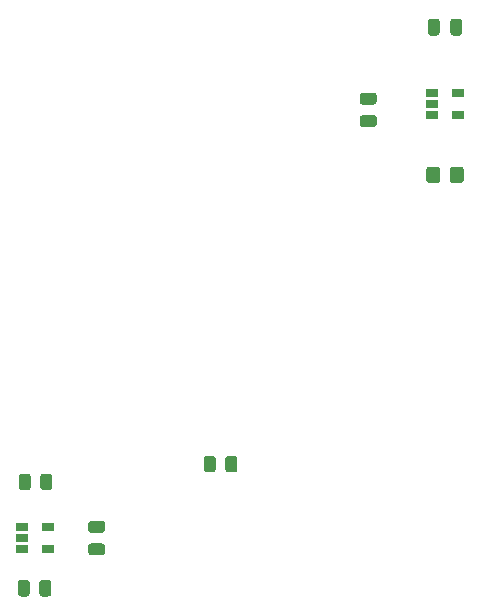
<source format=gbr>
%TF.GenerationSoftware,KiCad,Pcbnew,(5.1.7)-1*%
%TF.CreationDate,2020-11-20T22:02:49-05:00*%
%TF.ProjectId,Temp Probe,54656d70-2050-4726-9f62-652e6b696361,rev?*%
%TF.SameCoordinates,Original*%
%TF.FileFunction,Paste,Top*%
%TF.FilePolarity,Positive*%
%FSLAX46Y46*%
G04 Gerber Fmt 4.6, Leading zero omitted, Abs format (unit mm)*
G04 Created by KiCad (PCBNEW (5.1.7)-1) date 2020-11-20 22:02:49*
%MOMM*%
%LPD*%
G01*
G04 APERTURE LIST*
%ADD10R,1.060000X0.650000*%
G04 APERTURE END LIST*
D10*
%TO.C,U1*%
X37850000Y-120800000D03*
X37850000Y-122700000D03*
X35650000Y-122700000D03*
X35650000Y-121750000D03*
X35650000Y-120800000D03*
%TD*%
%TO.C,U2*%
X72600000Y-84050000D03*
X72600000Y-85950000D03*
X70400000Y-85950000D03*
X70400000Y-85000000D03*
X70400000Y-84050000D03*
%TD*%
%TO.C,R1*%
G36*
G01*
X71100000Y-90549999D02*
X71100000Y-91450001D01*
G75*
G02*
X70850001Y-91700000I-249999J0D01*
G01*
X70149999Y-91700000D01*
G75*
G02*
X69900000Y-91450001I0J249999D01*
G01*
X69900000Y-90549999D01*
G75*
G02*
X70149999Y-90300000I249999J0D01*
G01*
X70850001Y-90300000D01*
G75*
G02*
X71100000Y-90549999I0J-249999D01*
G01*
G37*
G36*
G01*
X73100000Y-90549999D02*
X73100000Y-91450001D01*
G75*
G02*
X72850001Y-91700000I-249999J0D01*
G01*
X72149999Y-91700000D01*
G75*
G02*
X71900000Y-91450001I0J249999D01*
G01*
X71900000Y-90549999D01*
G75*
G02*
X72149999Y-90300000I249999J0D01*
G01*
X72850001Y-90300000D01*
G75*
G02*
X73100000Y-90549999I0J-249999D01*
G01*
G37*
%TD*%
%TO.C,R4*%
G36*
G01*
X37237500Y-117450002D02*
X37237500Y-116549998D01*
G75*
G02*
X37487498Y-116300000I249998J0D01*
G01*
X38012502Y-116300000D01*
G75*
G02*
X38262500Y-116549998I0J-249998D01*
G01*
X38262500Y-117450002D01*
G75*
G02*
X38012502Y-117700000I-249998J0D01*
G01*
X37487498Y-117700000D01*
G75*
G02*
X37237500Y-117450002I0J249998D01*
G01*
G37*
G36*
G01*
X35412500Y-117450002D02*
X35412500Y-116549998D01*
G75*
G02*
X35662498Y-116300000I249998J0D01*
G01*
X36187502Y-116300000D01*
G75*
G02*
X36437500Y-116549998I0J-249998D01*
G01*
X36437500Y-117450002D01*
G75*
G02*
X36187502Y-117700000I-249998J0D01*
G01*
X35662498Y-117700000D01*
G75*
G02*
X35412500Y-117450002I0J249998D01*
G01*
G37*
%TD*%
%TO.C,R3*%
G36*
G01*
X37150000Y-126450002D02*
X37150000Y-125549998D01*
G75*
G02*
X37399998Y-125300000I249998J0D01*
G01*
X37925002Y-125300000D01*
G75*
G02*
X38175000Y-125549998I0J-249998D01*
G01*
X38175000Y-126450002D01*
G75*
G02*
X37925002Y-126700000I-249998J0D01*
G01*
X37399998Y-126700000D01*
G75*
G02*
X37150000Y-126450002I0J249998D01*
G01*
G37*
G36*
G01*
X35325000Y-126450002D02*
X35325000Y-125549998D01*
G75*
G02*
X35574998Y-125300000I249998J0D01*
G01*
X36100002Y-125300000D01*
G75*
G02*
X36350000Y-125549998I0J-249998D01*
G01*
X36350000Y-126450002D01*
G75*
G02*
X36100002Y-126700000I-249998J0D01*
G01*
X35574998Y-126700000D01*
G75*
G02*
X35325000Y-126450002I0J249998D01*
G01*
G37*
%TD*%
%TO.C,R2*%
G36*
G01*
X52900000Y-115950002D02*
X52900000Y-115049998D01*
G75*
G02*
X53149998Y-114800000I249998J0D01*
G01*
X53675002Y-114800000D01*
G75*
G02*
X53925000Y-115049998I0J-249998D01*
G01*
X53925000Y-115950002D01*
G75*
G02*
X53675002Y-116200000I-249998J0D01*
G01*
X53149998Y-116200000D01*
G75*
G02*
X52900000Y-115950002I0J249998D01*
G01*
G37*
G36*
G01*
X51075000Y-115950002D02*
X51075000Y-115049998D01*
G75*
G02*
X51324998Y-114800000I249998J0D01*
G01*
X51850002Y-114800000D01*
G75*
G02*
X52100000Y-115049998I0J-249998D01*
G01*
X52100000Y-115950002D01*
G75*
G02*
X51850002Y-116200000I-249998J0D01*
G01*
X51324998Y-116200000D01*
G75*
G02*
X51075000Y-115950002I0J249998D01*
G01*
G37*
%TD*%
%TO.C,C3*%
G36*
G01*
X42475000Y-121300000D02*
X41525000Y-121300000D01*
G75*
G02*
X41275000Y-121050000I0J250000D01*
G01*
X41275000Y-120550000D01*
G75*
G02*
X41525000Y-120300000I250000J0D01*
G01*
X42475000Y-120300000D01*
G75*
G02*
X42725000Y-120550000I0J-250000D01*
G01*
X42725000Y-121050000D01*
G75*
G02*
X42475000Y-121300000I-250000J0D01*
G01*
G37*
G36*
G01*
X42475000Y-123200000D02*
X41525000Y-123200000D01*
G75*
G02*
X41275000Y-122950000I0J250000D01*
G01*
X41275000Y-122450000D01*
G75*
G02*
X41525000Y-122200000I250000J0D01*
G01*
X42475000Y-122200000D01*
G75*
G02*
X42725000Y-122450000I0J-250000D01*
G01*
X42725000Y-122950000D01*
G75*
G02*
X42475000Y-123200000I-250000J0D01*
G01*
G37*
%TD*%
%TO.C,C2*%
G36*
G01*
X71050000Y-78025000D02*
X71050000Y-78975000D01*
G75*
G02*
X70800000Y-79225000I-250000J0D01*
G01*
X70300000Y-79225000D01*
G75*
G02*
X70050000Y-78975000I0J250000D01*
G01*
X70050000Y-78025000D01*
G75*
G02*
X70300000Y-77775000I250000J0D01*
G01*
X70800000Y-77775000D01*
G75*
G02*
X71050000Y-78025000I0J-250000D01*
G01*
G37*
G36*
G01*
X72950000Y-78025000D02*
X72950000Y-78975000D01*
G75*
G02*
X72700000Y-79225000I-250000J0D01*
G01*
X72200000Y-79225000D01*
G75*
G02*
X71950000Y-78975000I0J250000D01*
G01*
X71950000Y-78025000D01*
G75*
G02*
X72200000Y-77775000I250000J0D01*
G01*
X72700000Y-77775000D01*
G75*
G02*
X72950000Y-78025000I0J-250000D01*
G01*
G37*
%TD*%
%TO.C,C1*%
G36*
G01*
X65475000Y-85050000D02*
X64525000Y-85050000D01*
G75*
G02*
X64275000Y-84800000I0J250000D01*
G01*
X64275000Y-84300000D01*
G75*
G02*
X64525000Y-84050000I250000J0D01*
G01*
X65475000Y-84050000D01*
G75*
G02*
X65725000Y-84300000I0J-250000D01*
G01*
X65725000Y-84800000D01*
G75*
G02*
X65475000Y-85050000I-250000J0D01*
G01*
G37*
G36*
G01*
X65475000Y-86950000D02*
X64525000Y-86950000D01*
G75*
G02*
X64275000Y-86700000I0J250000D01*
G01*
X64275000Y-86200000D01*
G75*
G02*
X64525000Y-85950000I250000J0D01*
G01*
X65475000Y-85950000D01*
G75*
G02*
X65725000Y-86200000I0J-250000D01*
G01*
X65725000Y-86700000D01*
G75*
G02*
X65475000Y-86950000I-250000J0D01*
G01*
G37*
%TD*%
M02*

</source>
